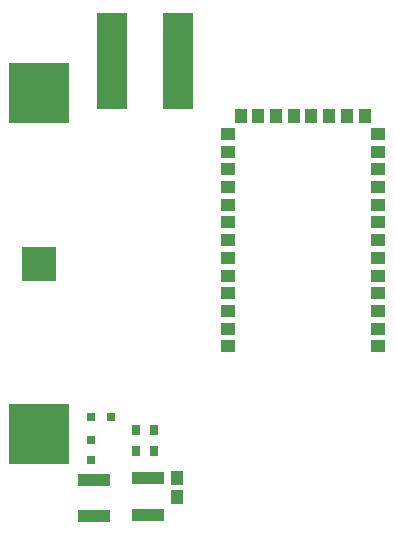
<source format=gbp>
%TF.GenerationSoftware,Altium Limited,Altium Designer,25.0.2 (28)*%
G04 Layer_Color=128*
%FSLAX45Y45*%
%MOMM*%
%TF.SameCoordinates,35A56F3A-7D9F-4CF9-8D97-DF5CB8944ECC*%
%TF.FilePolarity,Positive*%
%TF.FileFunction,Paste,Bot*%
%TF.Part,Single*%
G01*
G75*
%TA.AperFunction,SMDPad,CuDef*%
%ADD19R,1.10000X1.15000*%
%ADD21R,2.69240X1.01600*%
%ADD45R,0.66040X0.93980*%
%ADD46R,0.80000X0.80000*%
%ADD47R,1.30000X1.00000*%
%ADD48R,1.00000X1.30000*%
%ADD50R,5.08000X5.08000*%
%ADD51R,0.80000X0.80000*%
%ADD52R,2.60000X8.20000*%
%ADD83R,3.00000X3.00000*%
D19*
X10744200Y5782300D02*
D03*
Y5622300D02*
D03*
D21*
X10045700Y5458460D02*
D03*
Y5768340D02*
D03*
X10502900Y5471160D02*
D03*
Y5781040D02*
D03*
D45*
X10402570Y6007100D02*
D03*
X10552430D02*
D03*
X10401300Y6184900D02*
D03*
X10551160D02*
D03*
D46*
X10020300Y6299200D02*
D03*
X10190480D02*
D03*
D47*
X11176000Y8696100D02*
D03*
Y8546100D02*
D03*
Y8396100D02*
D03*
Y8246100D02*
D03*
Y8096100D02*
D03*
Y7946100D02*
D03*
Y7796100D02*
D03*
Y7646100D02*
D03*
Y7496100D02*
D03*
Y7346100D02*
D03*
Y7196100D02*
D03*
Y7046100D02*
D03*
Y6896100D02*
D03*
X12446000D02*
D03*
Y7046100D02*
D03*
Y7196100D02*
D03*
Y7346100D02*
D03*
X12446000Y7496100D02*
D03*
X12446000Y7646100D02*
D03*
X12446000Y7796100D02*
D03*
X12446000Y7946100D02*
D03*
Y8096100D02*
D03*
Y8246100D02*
D03*
Y8396100D02*
D03*
Y8546100D02*
D03*
Y8696100D02*
D03*
D48*
X12336000Y8846100D02*
D03*
X12186000D02*
D03*
X12036000D02*
D03*
X11886000D02*
D03*
X11586000D02*
D03*
X11436000Y8846100D02*
D03*
X11286000Y8846100D02*
D03*
X11736000D02*
D03*
D50*
X9582350Y9044308D02*
D03*
Y6151308D02*
D03*
D51*
X10020300Y6101080D02*
D03*
Y5930900D02*
D03*
D52*
X10757500Y9309100D02*
D03*
X10197500D02*
D03*
D83*
X9582350Y7597808D02*
D03*
%TF.MD5,3b083b5ac6a80483980b3e97c67a8927*%
M02*

</source>
